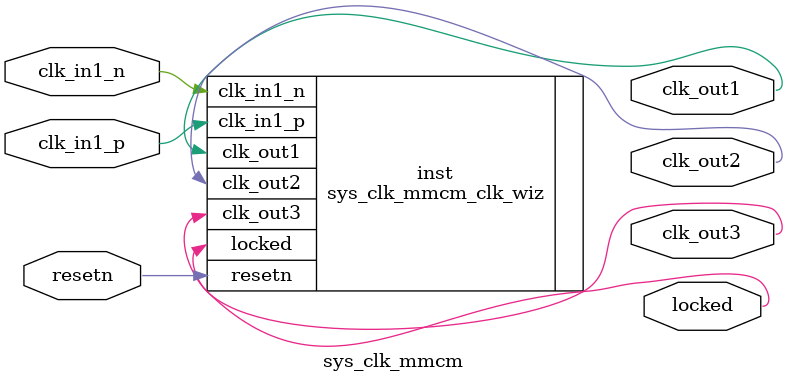
<source format=v>


`timescale 1ps/1ps

(* CORE_GENERATION_INFO = "sys_clk_mmcm,clk_wiz_v5_4_3_0,{component_name=sys_clk_mmcm,use_phase_alignment=true,use_min_o_jitter=false,use_max_i_jitter=false,use_dyn_phase_shift=false,use_inclk_switchover=false,use_dyn_reconfig=false,enable_axi=0,feedback_source=FDBK_AUTO,PRIMITIVE=MMCM,num_out_clk=3,clkin1_period=5.000,clkin2_period=10.0,use_power_down=false,use_reset=true,use_locked=true,use_inclk_stopped=false,feedback_type=SINGLE,CLOCK_MGR_TYPE=NA,manual_override=false}" *)

module sys_clk_mmcm 
 (
  // Clock out ports
  output        clk_out1,
  output        clk_out2,
  output        clk_out3,
  // Status and control signals
  input         resetn,
  output        locked,
 // Clock in ports
  input         clk_in1_p,
  input         clk_in1_n
 );

  sys_clk_mmcm_clk_wiz inst
  (
  // Clock out ports  
  .clk_out1(clk_out1),
  .clk_out2(clk_out2),
  .clk_out3(clk_out3),
  // Status and control signals               
  .resetn(resetn), 
  .locked(locked),
 // Clock in ports
  .clk_in1_p(clk_in1_p),
  .clk_in1_n(clk_in1_n)
  );

endmodule

</source>
